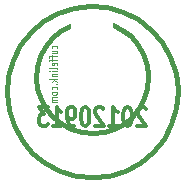
<source format=gbo>
G04 (created by PCBNEW-RS274X (2011-05-25)-stable) date Sat 27 Oct 2012 20:40:34 BST*
G01*
G70*
G90*
%MOIN*%
G04 Gerber Fmt 3.4, Leading zero omitted, Abs format*
%FSLAX34Y34*%
G04 APERTURE LIST*
%ADD10C,0.006000*%
%ADD11C,0.015000*%
%ADD12C,0.012000*%
%ADD13C,0.003900*%
%ADD14C,0.005000*%
%ADD15C,0.000100*%
%ADD16R,0.142000X0.102700*%
%ADD17C,0.177500*%
%ADD18C,0.065000*%
G04 APERTURE END LIST*
G54D10*
G54D11*
X42224Y-39370D02*
X42169Y-39924D01*
X42008Y-40457D01*
X41747Y-40949D01*
X41395Y-41381D01*
X40965Y-41736D01*
X40475Y-42000D01*
X39943Y-42165D01*
X39389Y-42223D01*
X38836Y-42173D01*
X38301Y-42016D01*
X37808Y-41758D01*
X37374Y-41409D01*
X37016Y-40982D01*
X36747Y-40494D01*
X36579Y-39963D01*
X36517Y-39409D01*
X36563Y-38855D01*
X36717Y-38320D01*
X36972Y-37824D01*
X37318Y-37388D01*
X37742Y-37027D01*
X38228Y-36755D01*
X38758Y-36583D01*
X39311Y-36517D01*
X39865Y-36560D01*
X40402Y-36710D01*
X40899Y-36961D01*
X41338Y-37304D01*
X41702Y-37725D01*
X41977Y-38210D01*
X42153Y-38738D01*
X42222Y-39291D01*
X42224Y-39370D01*
G54D12*
X41152Y-39931D02*
X41129Y-39900D01*
X41082Y-39869D01*
X40965Y-39869D01*
X40918Y-39900D01*
X40895Y-39931D01*
X40871Y-39993D01*
X40871Y-40055D01*
X40895Y-40148D01*
X41176Y-40519D01*
X40871Y-40519D01*
X40566Y-39869D02*
X40519Y-39869D01*
X40472Y-39900D01*
X40449Y-39931D01*
X40426Y-39993D01*
X40402Y-40117D01*
X40402Y-40271D01*
X40426Y-40395D01*
X40449Y-40457D01*
X40472Y-40488D01*
X40519Y-40519D01*
X40566Y-40519D01*
X40613Y-40488D01*
X40636Y-40457D01*
X40660Y-40395D01*
X40683Y-40271D01*
X40683Y-40117D01*
X40660Y-39993D01*
X40636Y-39931D01*
X40613Y-39900D01*
X40566Y-39869D01*
X39933Y-40519D02*
X40214Y-40519D01*
X40074Y-40519D02*
X40074Y-39869D01*
X40121Y-39962D01*
X40167Y-40024D01*
X40214Y-40055D01*
X39745Y-39931D02*
X39722Y-39900D01*
X39675Y-39869D01*
X39558Y-39869D01*
X39511Y-39900D01*
X39488Y-39931D01*
X39464Y-39993D01*
X39464Y-40055D01*
X39488Y-40148D01*
X39769Y-40519D01*
X39464Y-40519D01*
X39159Y-39869D02*
X39112Y-39869D01*
X39065Y-39900D01*
X39042Y-39931D01*
X39019Y-39993D01*
X38995Y-40117D01*
X38995Y-40271D01*
X39019Y-40395D01*
X39042Y-40457D01*
X39065Y-40488D01*
X39112Y-40519D01*
X39159Y-40519D01*
X39206Y-40488D01*
X39229Y-40457D01*
X39253Y-40395D01*
X39276Y-40271D01*
X39276Y-40117D01*
X39253Y-39993D01*
X39229Y-39931D01*
X39206Y-39900D01*
X39159Y-39869D01*
X38760Y-40519D02*
X38667Y-40519D01*
X38620Y-40488D01*
X38596Y-40457D01*
X38550Y-40364D01*
X38526Y-40241D01*
X38526Y-39993D01*
X38550Y-39931D01*
X38573Y-39900D01*
X38620Y-39869D01*
X38714Y-39869D01*
X38760Y-39900D01*
X38784Y-39931D01*
X38807Y-39993D01*
X38807Y-40148D01*
X38784Y-40210D01*
X38760Y-40241D01*
X38714Y-40271D01*
X38620Y-40271D01*
X38573Y-40241D01*
X38550Y-40210D01*
X38526Y-40148D01*
X38057Y-40519D02*
X38338Y-40519D01*
X38198Y-40519D02*
X38198Y-39869D01*
X38245Y-39962D01*
X38291Y-40024D01*
X38338Y-40055D01*
X37893Y-39869D02*
X37588Y-39869D01*
X37752Y-40117D01*
X37682Y-40117D01*
X37635Y-40148D01*
X37612Y-40179D01*
X37588Y-40241D01*
X37588Y-40395D01*
X37612Y-40457D01*
X37635Y-40488D01*
X37682Y-40519D01*
X37822Y-40519D01*
X37869Y-40488D01*
X37893Y-40457D01*
G54D13*
X38190Y-37921D02*
X38203Y-37903D01*
X38203Y-37865D01*
X38190Y-37846D01*
X38176Y-37837D01*
X38150Y-37828D01*
X38071Y-37828D01*
X38045Y-37837D01*
X38032Y-37846D01*
X38019Y-37865D01*
X38019Y-37903D01*
X38032Y-37921D01*
X38019Y-38090D02*
X38203Y-38090D01*
X38019Y-38006D02*
X38163Y-38006D01*
X38190Y-38015D01*
X38203Y-38034D01*
X38203Y-38062D01*
X38190Y-38081D01*
X38176Y-38090D01*
X38019Y-38156D02*
X38019Y-38231D01*
X38203Y-38184D02*
X37966Y-38184D01*
X37940Y-38193D01*
X37927Y-38212D01*
X37927Y-38231D01*
X38019Y-38269D02*
X38019Y-38344D01*
X38203Y-38297D02*
X37966Y-38297D01*
X37940Y-38306D01*
X37927Y-38325D01*
X37927Y-38344D01*
X38190Y-38485D02*
X38203Y-38466D01*
X38203Y-38429D01*
X38190Y-38410D01*
X38163Y-38401D01*
X38058Y-38401D01*
X38032Y-38410D01*
X38019Y-38429D01*
X38019Y-38466D01*
X38032Y-38485D01*
X38058Y-38494D01*
X38084Y-38494D01*
X38111Y-38401D01*
X38203Y-38607D02*
X38190Y-38588D01*
X38163Y-38579D01*
X37927Y-38579D01*
X38203Y-38682D02*
X38019Y-38682D01*
X37927Y-38682D02*
X37940Y-38673D01*
X37953Y-38682D01*
X37940Y-38691D01*
X37927Y-38682D01*
X37953Y-38682D01*
X38019Y-38776D02*
X38203Y-38776D01*
X38045Y-38776D02*
X38032Y-38785D01*
X38019Y-38804D01*
X38019Y-38832D01*
X38032Y-38851D01*
X38058Y-38860D01*
X38203Y-38860D01*
X38203Y-38954D02*
X37927Y-38954D01*
X38098Y-38973D02*
X38203Y-39029D01*
X38019Y-39029D02*
X38124Y-38954D01*
X38176Y-39113D02*
X38190Y-39122D01*
X38203Y-39113D01*
X38190Y-39104D01*
X38176Y-39113D01*
X38203Y-39113D01*
X38190Y-39291D02*
X38203Y-39273D01*
X38203Y-39235D01*
X38190Y-39216D01*
X38176Y-39207D01*
X38150Y-39198D01*
X38071Y-39198D01*
X38045Y-39207D01*
X38032Y-39216D01*
X38019Y-39235D01*
X38019Y-39273D01*
X38032Y-39291D01*
X38203Y-39404D02*
X38190Y-39385D01*
X38176Y-39376D01*
X38150Y-39367D01*
X38071Y-39367D01*
X38045Y-39376D01*
X38032Y-39385D01*
X38019Y-39404D01*
X38019Y-39432D01*
X38032Y-39451D01*
X38045Y-39460D01*
X38071Y-39470D01*
X38150Y-39470D01*
X38176Y-39460D01*
X38190Y-39451D01*
X38203Y-39432D01*
X38203Y-39404D01*
X38203Y-39554D02*
X38019Y-39554D01*
X38045Y-39554D02*
X38032Y-39563D01*
X38019Y-39582D01*
X38019Y-39610D01*
X38032Y-39629D01*
X38058Y-39638D01*
X38203Y-39638D01*
X38058Y-39638D02*
X38032Y-39648D01*
X38019Y-39666D01*
X38019Y-39695D01*
X38032Y-39713D01*
X38058Y-39723D01*
X38203Y-39723D01*
G54D11*
X41240Y-38878D02*
X41204Y-39241D01*
X41098Y-39590D01*
X40927Y-39912D01*
X40696Y-40195D01*
X40415Y-40428D01*
X40094Y-40601D01*
X39746Y-40709D01*
X39383Y-40747D01*
X39020Y-40714D01*
X38670Y-40611D01*
X38347Y-40442D01*
X38062Y-40214D01*
X37828Y-39934D01*
X37652Y-39614D01*
X37541Y-39266D01*
X37501Y-38904D01*
X37531Y-38541D01*
X37632Y-38190D01*
X37799Y-37866D01*
X38025Y-37579D01*
X38303Y-37343D01*
X38622Y-37165D01*
X38969Y-37052D01*
X39331Y-37009D01*
X39694Y-37037D01*
X40046Y-37135D01*
X40371Y-37300D01*
X40659Y-37524D01*
X40898Y-37801D01*
X41078Y-38118D01*
X41193Y-38464D01*
X41239Y-38826D01*
X41240Y-38878D01*
G54D14*
X39686Y-38878D02*
X39679Y-38939D01*
X39662Y-38998D01*
X39633Y-39052D01*
X39594Y-39100D01*
X39546Y-39139D01*
X39492Y-39169D01*
X39433Y-39187D01*
X39372Y-39193D01*
X39311Y-39188D01*
X39252Y-39170D01*
X39197Y-39142D01*
X39149Y-39103D01*
X39110Y-39056D01*
X39080Y-39002D01*
X39061Y-38943D01*
X39055Y-38882D01*
X39060Y-38821D01*
X39077Y-38762D01*
X39105Y-38707D01*
X39143Y-38659D01*
X39190Y-38619D01*
X39244Y-38589D01*
X39303Y-38570D01*
X39364Y-38563D01*
X39424Y-38567D01*
X39484Y-38584D01*
X39539Y-38612D01*
X39587Y-38650D01*
X39628Y-38696D01*
X39658Y-38750D01*
X39678Y-38808D01*
X39685Y-38870D01*
X39686Y-38878D01*
G54D15*
G36*
X41043Y-39045D02*
X41043Y-39045D01*
X41043Y-39045D01*
X41043Y-39045D01*
X41043Y-39045D01*
X41043Y-39045D01*
X41043Y-39045D01*
X41043Y-39045D01*
X41043Y-39045D01*
X41043Y-39045D01*
X41043Y-39045D01*
X41043Y-39045D01*
X41043Y-39045D01*
X41043Y-39045D01*
X41043Y-39045D01*
X41043Y-39045D01*
X41043Y-39045D01*
X41043Y-39045D01*
X41043Y-39045D01*
X41043Y-39045D01*
X41043Y-39045D01*
X41043Y-39045D01*
X41043Y-39045D01*
X41043Y-39045D01*
X41043Y-39045D01*
X41043Y-39045D01*
X41043Y-39045D01*
X41043Y-39045D01*
X41043Y-39045D01*
X41043Y-39045D01*
X41043Y-39045D01*
X41043Y-39045D01*
X41043Y-39045D01*
X41043Y-39045D01*
X41043Y-39045D01*
X41043Y-39045D01*
X41043Y-39045D01*
X41043Y-39045D01*
X41043Y-39045D01*
X41043Y-39045D01*
X41043Y-39045D01*
X41043Y-39045D01*
X41043Y-39045D01*
X41043Y-39045D01*
X41043Y-39045D01*
X41043Y-39045D01*
X41043Y-39045D01*
X41043Y-39045D01*
X41043Y-39045D01*
X41043Y-39045D01*
X41043Y-39045D01*
X41043Y-39045D01*
X41043Y-39045D01*
X41043Y-39045D01*
X41043Y-39045D01*
X41043Y-39045D01*
X41043Y-39045D01*
X41043Y-39045D01*
X41043Y-39045D01*
X41043Y-39045D01*
X41043Y-39045D01*
X41043Y-39045D01*
X41043Y-39045D01*
X41043Y-39045D01*
X41043Y-39045D01*
X41043Y-39045D01*
X41043Y-39045D01*
X41043Y-39045D01*
X41043Y-39045D01*
X41043Y-39045D01*
X41043Y-39045D01*
X41043Y-39045D01*
X41043Y-39045D01*
X41043Y-39045D01*
X41043Y-39045D01*
X41043Y-39045D01*
X41043Y-39045D01*
X41043Y-39045D01*
X41043Y-39045D01*
X41043Y-39045D01*
X41043Y-39045D01*
X41043Y-39045D01*
X41043Y-39045D01*
X41043Y-39045D01*
X41043Y-39045D01*
X41043Y-39045D01*
X41043Y-39045D01*
X41043Y-39045D01*
X41043Y-39045D01*
X41043Y-39045D01*
X41043Y-39045D01*
X41043Y-39045D01*
X41043Y-39045D01*
X41043Y-39045D01*
X41043Y-39045D01*
X41043Y-39045D01*
X41043Y-39045D01*
X41043Y-39045D01*
X41043Y-39045D01*
X41043Y-39045D01*
X41043Y-39045D01*
X41043Y-39045D01*
X41043Y-39045D01*
X41043Y-39045D01*
X41043Y-39045D01*
X41043Y-39045D01*
X41043Y-39045D01*
X41043Y-39045D01*
X41043Y-39045D01*
X41043Y-39045D01*
X41043Y-39045D01*
X41043Y-39045D01*
X41043Y-39045D01*
X41043Y-39045D01*
X41043Y-39045D01*
X41043Y-39045D01*
X41043Y-39045D01*
X41043Y-39045D01*
X41043Y-39045D01*
X41043Y-39045D01*
X41043Y-39045D01*
X41043Y-39045D01*
X41043Y-39045D01*
X41043Y-39045D01*
X41043Y-39045D01*
X41043Y-39045D01*
X41043Y-39045D01*
X41043Y-39045D01*
X41043Y-39045D01*
X41043Y-39045D01*
X41043Y-39045D01*
X41043Y-39045D01*
X41043Y-39045D01*
X41043Y-39045D01*
X41043Y-39045D01*
X41043Y-39045D01*
X41043Y-39045D01*
X41043Y-39045D01*
X41043Y-39045D01*
X41043Y-39045D01*
X41043Y-39045D01*
X41043Y-39045D01*
X41043Y-39045D01*
X41043Y-39045D01*
X41043Y-39045D01*
X41043Y-39045D01*
X41043Y-39045D01*
X41043Y-39045D01*
X41043Y-39045D01*
X41043Y-39045D01*
X41043Y-39045D01*
X41043Y-39045D01*
X41043Y-39045D01*
X41043Y-39045D01*
X41043Y-39045D01*
X41043Y-39045D01*
X41043Y-39045D01*
X41043Y-39045D01*
X41043Y-39045D01*
X41043Y-39045D01*
X41043Y-39045D01*
X41043Y-39045D01*
X41043Y-39045D01*
X41043Y-39045D01*
X41043Y-39045D01*
X41043Y-39045D01*
X41043Y-39045D01*
X41043Y-39045D01*
X41043Y-39045D01*
X41043Y-39045D01*
X41043Y-39045D01*
X41043Y-39045D01*
X41043Y-39045D01*
X41043Y-39045D01*
X41043Y-39045D01*
X41043Y-39045D01*
X41043Y-39045D01*
X41043Y-39045D01*
X41043Y-39045D01*
X41043Y-39045D01*
X41043Y-39045D01*
X41043Y-39045D01*
X41043Y-39045D01*
X41043Y-39045D01*
X41043Y-39045D01*
X41043Y-39045D01*
X41043Y-39045D01*
X41043Y-39045D01*
X41043Y-39045D01*
X41043Y-39045D01*
X41043Y-39045D01*
X41043Y-39045D01*
X41043Y-39045D01*
X41043Y-39045D01*
X41043Y-39045D01*
X41043Y-39045D01*
X41043Y-39045D01*
X41043Y-39045D01*
X41043Y-39045D01*
X41043Y-39045D01*
X41043Y-39045D01*
X41043Y-39045D01*
X41043Y-39045D01*
X41043Y-39045D01*
X41043Y-39045D01*
X41043Y-39045D01*
X41043Y-39045D01*
X41043Y-39045D01*
X41043Y-39045D01*
X41043Y-39045D01*
X41043Y-39045D01*
X41043Y-39045D01*
X41043Y-39045D01*
X41043Y-39045D01*
X41043Y-39045D01*
X41043Y-39045D01*
X41043Y-39045D01*
X41043Y-39045D01*
X41043Y-39045D01*
X41043Y-39045D01*
X41043Y-39045D01*
X41043Y-39045D01*
X41043Y-39045D01*
X41043Y-39045D01*
X41043Y-39045D01*
X41043Y-39045D01*
X41043Y-39045D01*
X41043Y-39045D01*
X41043Y-39045D01*
X41043Y-39045D01*
X41043Y-39045D01*
X41043Y-39045D01*
X41043Y-39045D01*
X41043Y-39045D01*
X41043Y-39045D01*
X41043Y-39045D01*
X41043Y-39045D01*
X41043Y-39045D01*
X41043Y-39045D01*
X41043Y-39045D01*
X41043Y-39045D01*
X41043Y-39045D01*
X41043Y-39045D01*
X41043Y-39045D01*
X41043Y-39045D01*
X41043Y-39045D01*
X41043Y-39045D01*
X41043Y-39045D01*
X41043Y-39045D01*
X41043Y-39045D01*
X41043Y-39045D01*
X41043Y-39045D01*
X41043Y-39045D01*
X41043Y-39045D01*
X41043Y-39045D01*
X41043Y-39045D01*
X41043Y-39045D01*
X41043Y-39045D01*
X41043Y-39045D01*
X41043Y-39045D01*
X41043Y-39045D01*
X41043Y-39045D01*
X41043Y-39045D01*
X41043Y-39045D01*
X41043Y-39045D01*
X41043Y-39045D01*
X41043Y-39045D01*
X41043Y-39045D01*
X41043Y-39045D01*
X41043Y-39045D01*
X41043Y-39045D01*
X41043Y-39045D01*
X41043Y-39045D01*
X41043Y-39045D01*
X41043Y-39045D01*
X41043Y-39045D01*
X41043Y-39045D01*
X41043Y-39045D01*
G37*
G54D14*
X39517Y-39458D02*
X39517Y-39258D01*
X39441Y-39258D01*
X39422Y-39267D01*
X39413Y-39277D01*
X39403Y-39296D01*
X39403Y-39325D01*
X39413Y-39344D01*
X39422Y-39353D01*
X39441Y-39363D01*
X39517Y-39363D01*
X39213Y-39458D02*
X39327Y-39458D01*
X39270Y-39458D02*
X39270Y-39258D01*
X39289Y-39287D01*
X39308Y-39306D01*
X39327Y-39315D01*
%LPC*%
G54D16*
X39370Y-37205D03*
X39370Y-41535D03*
G54D17*
X39370Y-38878D03*
G54D18*
X40551Y-41043D03*
M02*

</source>
